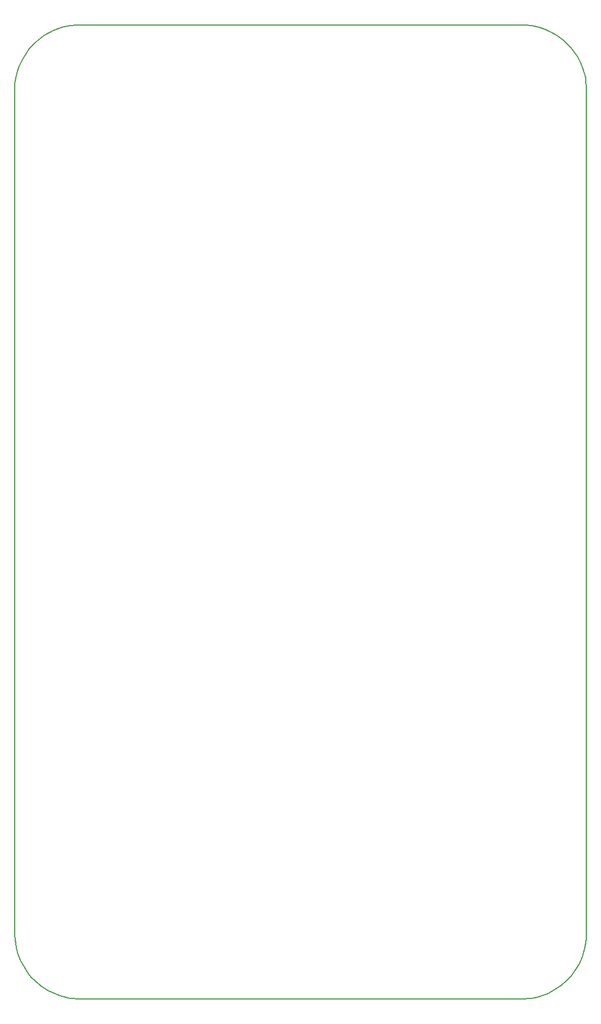
<source format=gm1>
G04 #@! TF.FileFunction,Profile,NP*
%FSLAX46Y46*%
G04 Gerber Fmt 4.6, Leading zero omitted, Abs format (unit mm)*
G04 Created by KiCad (PCBNEW 4.0.4-stable) date Thursday, September 01, 2016 'PMt' 05:44:21 PM*
%MOMM*%
%LPD*%
G01*
G04 APERTURE LIST*
%ADD10C,0.100000*%
%ADD11C,0.150000*%
G04 APERTURE END LIST*
D10*
D11*
X147574000Y-211328000D02*
X147574000Y-210693000D01*
X147447000Y-212090000D02*
X147574000Y-211328000D01*
X147320000Y-212979000D02*
X147447000Y-212090000D01*
X146939000Y-214249000D02*
X147320000Y-212979000D01*
X146431000Y-215392000D02*
X146939000Y-214249000D01*
X145796000Y-216408000D02*
X146431000Y-215392000D01*
X145161000Y-217297000D02*
X145796000Y-216408000D01*
X144399000Y-218059000D02*
X145161000Y-217297000D01*
X143637000Y-218694000D02*
X144399000Y-218059000D01*
X142748000Y-219329000D02*
X143637000Y-218694000D01*
X141605000Y-219964000D02*
X142748000Y-219329000D01*
X140208000Y-220472000D02*
X141605000Y-219964000D01*
X139065000Y-220726000D02*
X140208000Y-220472000D01*
X137414000Y-220853000D02*
X139065000Y-220726000D01*
X58928000Y-212852000D02*
X58674000Y-210947000D01*
X58674000Y-210947000D02*
X58674000Y-210693000D01*
X59182000Y-213868000D02*
X58928000Y-212852000D01*
X59563000Y-214884000D02*
X59182000Y-213868000D01*
X60071000Y-215773000D02*
X59563000Y-214884000D01*
X60706000Y-216789000D02*
X60071000Y-215773000D01*
X61214000Y-217424000D02*
X60706000Y-216789000D01*
X61849000Y-218059000D02*
X61214000Y-217424000D01*
X62738000Y-218821000D02*
X61849000Y-218059000D01*
X63881000Y-219583000D02*
X62738000Y-218821000D01*
X65659000Y-220345000D02*
X63881000Y-219583000D01*
X67310000Y-220726000D02*
X65659000Y-220345000D01*
X68834000Y-220853000D02*
X67310000Y-220726000D01*
X138049000Y-69342000D02*
X137414000Y-69342000D01*
X139065000Y-69469000D02*
X138049000Y-69342000D01*
X140208000Y-69723000D02*
X139065000Y-69469000D01*
X140970000Y-69977000D02*
X140208000Y-69723000D01*
X141859000Y-70358000D02*
X140970000Y-69977000D01*
X143002000Y-70993000D02*
X141859000Y-70358000D01*
X144018000Y-71755000D02*
X143002000Y-70993000D01*
X145161000Y-72898000D02*
X144018000Y-71755000D01*
X146177000Y-74295000D02*
X145161000Y-72898000D01*
X146685000Y-75311000D02*
X146177000Y-74295000D01*
X147066000Y-76200000D02*
X146685000Y-75311000D01*
X147447000Y-77597000D02*
X147066000Y-76200000D01*
X147574000Y-79502000D02*
X147447000Y-77597000D01*
X68326000Y-69342000D02*
X68834000Y-69342000D01*
X67183000Y-69469000D02*
X68326000Y-69342000D01*
X66040000Y-69723000D02*
X67183000Y-69469000D01*
X64643000Y-70231000D02*
X66040000Y-69723000D01*
X63246000Y-70993000D02*
X64643000Y-70231000D01*
X61976000Y-72009000D02*
X63246000Y-70993000D01*
X60960000Y-73025000D02*
X61976000Y-72009000D01*
X60325000Y-73914000D02*
X60960000Y-73025000D01*
X59817000Y-74803000D02*
X60325000Y-73914000D01*
X59309000Y-75819000D02*
X59817000Y-74803000D01*
X59055000Y-76581000D02*
X59309000Y-75819000D01*
X58801000Y-77597000D02*
X59055000Y-76581000D01*
X58674000Y-78486000D02*
X58801000Y-77597000D01*
X58674000Y-79502000D02*
X58674000Y-78486000D01*
X58674000Y-79502000D02*
X58674000Y-210693000D01*
X137414000Y-69342000D02*
X68834000Y-69342000D01*
X147574000Y-210693000D02*
X147574000Y-79502000D01*
X68834000Y-220853000D02*
X137414000Y-220853000D01*
M02*

</source>
